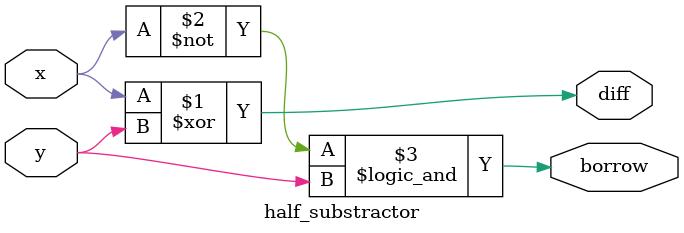
<source format=v>
`timescale 1ns / 1ps
module half_substractor( x, y, diff, borrow);
input x, y;
output diff, borrow;
assign diff= x ^ y;
assign borrow= ~x && y;
endmodule

</source>
